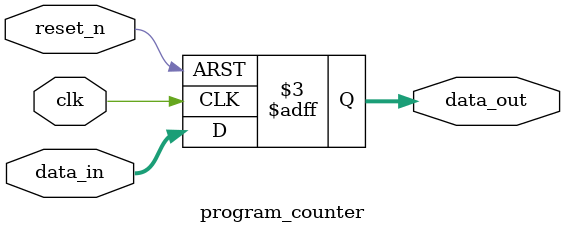
<source format=sv>
`timescale 1ns / 1ps


module program_counter #( parameter PROG_VALUE = 32 ) (
    input  logic clk,reset_n,
    input  logic [PROG_VALUE - 1 : 0 ] data_in  ,
    output logic [PROG_VALUE - 1 : 0 ] data_out 
    
    );
    
    always @ ( posedge clk , negedge reset_n )
    if (~reset_n) begin 
        data_out <= 0;
    end 
    else begin 
        data_out <= data_in;
    end     
endmodule

</source>
